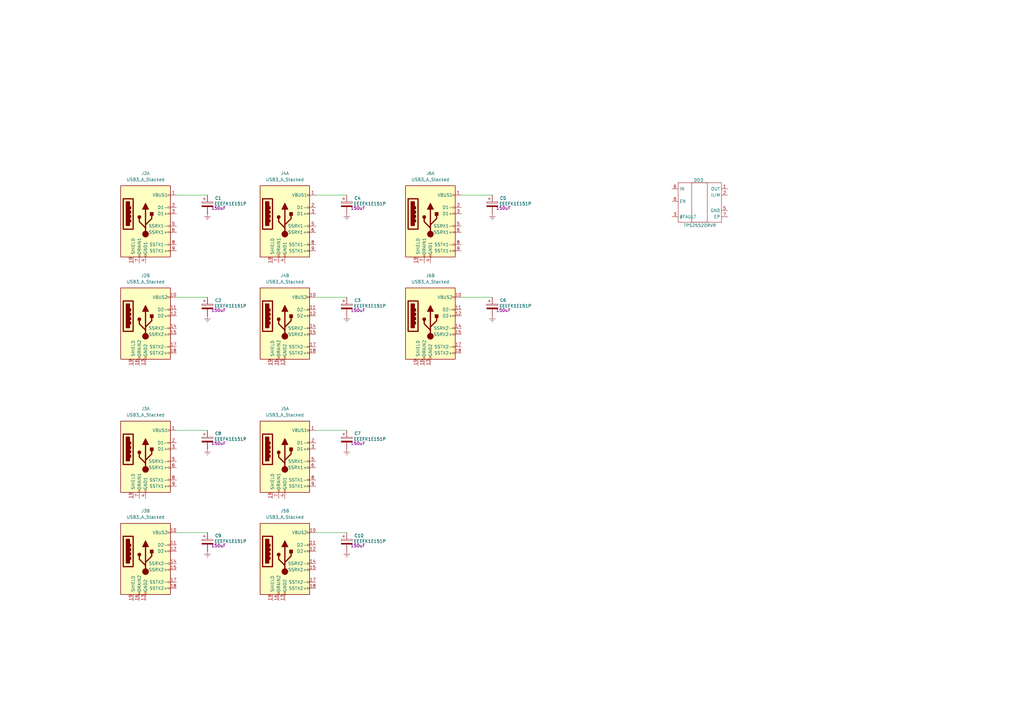
<source format=kicad_sch>
(kicad_sch (version 20250114) (generator "eeschema") (generator_version "9.0")
  (paper "A3")
  (lib_symbols
    (symbol "Connector:USB3_A_Stacked" (pin_names (offset 1.016))
      (property "Reference" "J" (at -10.16 15.24 0))
      (property "Value" "USB3_A_Stacked" (at 10.16 15.24 0))
      (symbol "USB3_A_Stacked_0_0"
        (rectangle (start -9.144 8.636) (end -5.08 -3.81) (stroke (width 0.508)))
        (rectangle (start -7.874 7.366) (end -6.604 -2.286) (stroke (width 0.508)) (fill (type outline)))
        (rectangle (start -6.35 5.334) (end -6.096 4.572) (stroke (width 0.508)))
        (rectangle (start -6.35 3.556) (end -6.096 2.794) (stroke (width 0.508)))
        (rectangle (start -6.35 1.778) (end -6.096 1.016) (stroke (width 0.508)))
        (rectangle (start -6.35 0) (end -6.096 -0.762) (stroke (width 0.508)))
        (rectangle (start -2.794 -15.24) (end -2.286 -14.224))
        (rectangle (start -0.254 -15.24) (end 0.254 -14.224))
        (rectangle (start 10.16 10.414) (end 9.144 9.906))
        (rectangle (start 10.16 5.334) (end 9.144 4.826))
        (rectangle (start 10.16 2.794) (end 9.144 2.286))
        (rectangle (start 10.16 -2.286) (end 9.144 -2.794))
        (rectangle (start 10.16 -4.826) (end 9.144 -5.334))
        (rectangle (start 10.16 -9.906) (end 9.144 -10.414))
        (rectangle (start 10.16 -12.446) (end 9.144 -12.954))
      )
      (symbol "USB3_A_Stacked_0_1"
        (rectangle (start -10.16 13.97) (end 10.16 -15.24) (stroke (width 0.254)) (fill (type background)))
        (pin passive line (at -5.08 -17.78 90) (length 2.54) (name "SHIELD") (number "19"))
      )
      (symbol "USB3_A_Stacked_1_1"
        (circle (center -2.54 1.143) (radius 0.635) (stroke (width 0.254)) (fill (type outline)))
        (polyline (pts (xy -1.27 4.318) (xy 0 6.858) (xy 1.27 4.318) (xy -1.27 4.318)) (stroke (width 0.254)) (fill (type outline)))
        (polyline (pts (xy 0 -2.032) (xy 2.54 0.508) (xy 2.54 1.778)) (stroke (width 0.508)))
        (polyline (pts (xy 0 -3.302) (xy -2.54 -0.762) (xy -2.54 0.508)) (stroke (width 0.508)))
        (polyline (pts (xy 0 -5.842) (xy 0 4.318)) (stroke (width 0.508)))
        (circle (center 0 -5.842) (radius 1.27) (fill (type outline)))
        (rectangle (start 1.905 1.778) (end 3.175 3.048) (stroke (width 0.254)) (fill (type outline)))
        (pin passive line (at -2.54 -17.78 90) (length 2.54) (name "DRAIN1") (number "7"))
        (pin power_in line (at 0 -17.78 90) (length 2.54) (name "GND1") (number "4"))
        (pin power_in line (at 12.7 10.16 180) (length 2.54) (name "VBUS1") (number "1"))
        (pin bidirectional line (at 12.7 5.08 180) (length 2.54) (name "D1-") (number "2"))
        (pin bidirectional line (at 12.7 2.54 180) (length 2.54) (name "D1+") (number "3"))
        (pin output line (at 12.7 -2.54 180) (length 2.54) (name "SSRX1-") (number "5"))
        (pin output line (at 12.7 -5.08 180) (length 2.54) (name "SSRX1+") (number "6"))
        (pin input line (at 12.7 -10.16 180) (length 2.54) (name "SSTX1-") (number "8"))
        (pin input line (at 12.7 -12.7 180) (length 2.54) (name "SSTX1+") (number "9"))
      )
      (symbol "USB3_A_Stacked_2_1"
        (circle (center -2.54 1.143) (radius 0.635) (stroke (width 0.254)) (fill (type outline)))
        (polyline (pts (xy -1.27 4.318) (xy 0 6.858) (xy 1.27 4.318) (xy -1.27 4.318)) (stroke (width 0.254)) (fill (type outline)))
        (polyline (pts (xy 0 -2.032) (xy 2.54 0.508) (xy 2.54 1.778)) (stroke (width 0.508)))
        (polyline (pts (xy 0 -3.302) (xy -2.54 -0.762) (xy -2.54 0.508)) (stroke (width 0.508)))
        (polyline (pts (xy 0 -5.842) (xy 0 4.318)) (stroke (width 0.508)))
        (circle (center 0 -5.842) (radius 1.27) (fill (type outline)))
        (rectangle (start 1.905 1.778) (end 3.175 3.048) (stroke (width 0.254)) (fill (type outline)))
        (pin passive line (at -2.54 -17.78 90) (length 2.54) (name "DRAIN2") (number "16"))
        (pin power_in line (at 0 -17.78 90) (length 2.54) (name "GND2") (number "13"))
        (pin power_in line (at 12.7 10.16 180) (length 2.54) (name "VBUS2") (number "10"))
        (pin bidirectional line (at 12.7 5.08 180) (length 2.54) (name "D2-") (number "11"))
        (pin bidirectional line (at 12.7 2.54 180) (length 2.54) (name "D2+") (number "12"))
        (pin output line (at 12.7 -2.54 180) (length 2.54) (name "SSRX2-") (number "14"))
        (pin output line (at 12.7 -5.08 180) (length 2.54) (name "SSRX2+") (number "15"))
        (pin input line (at 12.7 -10.16 180) (length 2.54) (name "SSTX2-") (number "17"))
        (pin input line (at 12.7 -12.7 180) (length 2.54) (name "SSTX2+") (number "18"))
      )
    )
    (symbol "Device:C_Polarized" (pin_numbers (hide yes)) (pin_names (offset 0.254))
      (property "Reference" "C" (at 0.635 2.54 0))
      (property "Value" "C_Polarized" (at 0.635 -2.54 0))
      (symbol "C_Polarized_0_1"
        (rectangle (start -2.286 0.508) (end 2.286 1.016))
        (polyline (pts (xy -1.778 2.286) (xy -0.762 2.286)))
        (polyline (pts (xy -1.27 2.794) (xy -1.27 1.778)))
        (rectangle (start 2.286 -0.508) (end -2.286 -1.016) (fill (type outline)))
      )
      (symbol "C_Polarized_1_1"
        (pin passive line (at 0 3.81 270) (length 2.794) (name "~") (number "1"))
        (pin passive line (at 0 -3.81 90) (length 2.794) (name "~") (number "2"))
      )
    )
    (symbol "TPS2552DRVR:TPS2552DRVR"
      (property "Reference" "DD" (at 8.128 1.016 0))
      (property "Value" "TPS2552DRVR" (at 8.89 -17.272 0))
      (symbol "TPS2552DRVR_0_1"
        (rectangle (start 0 0) (end 17.78 -16.256))
        (rectangle (start 5.588 0) (end 11.938 -16.256))
      )
      (symbol "TPS2552DRVR_1_1"
        (pin input line (at -2.54 -2.54 0) (length 2.54) (name "IN") (number "6"))
        (pin input line (at -2.54 -7.62 0) (length 2.54) (name "EN") (number "6"))
        (pin input line (at -2.54 -13.97 0) (length 2.54) (name "#FAULT") (number "3"))
        (pin input line (at 20.32 -2.54 180) (length 2.54) (name "OUT") (number "1"))
        (pin input line (at 20.32 -5.08 180) (length 2.54) (name "ILIM") (number "2"))
        (pin input line (at 20.32 -11.43 180) (length 2.54) (name "GND") (number "5"))
        (pin input line (at 20.32 -13.97 180) (length 2.54) (name "EP") (number "7"))
      )
    )
    (symbol "power:Earth" (power) (pin_numbers (hide yes)) (pin_names (offset 0) (hide yes))
      (property "Value" "Earth" (at 0 -3.81 0))
      (symbol "Earth_0_1"
        (polyline (pts (xy -0.635 -1.905) (xy 0.635 -1.905)))
        (polyline (pts (xy -0.127 -2.54) (xy 0.127 -2.54)))
        (polyline (pts (xy 0 -1.27) (xy 0 0)))
        (polyline (pts (xy 1.27 -1.27) (xy -1.27 -1.27)))
      )
      (symbol "Earth_1_1"
        (pin power_in line (at 0 0 270) (length 0) (name "~") (number "1"))
      )
    )
  )
  (wire (pts (xy 129.54 218.44) (xy 142.24 218.44)))
  (wire (pts (xy 72.39 121.92) (xy 85.09 121.92)))
  (wire (pts (xy 129.54 176.53) (xy 142.24 176.53)))
  (wire (pts (xy 72.39 176.53) (xy 85.09 176.53)))
  (wire (pts (xy 189.23 80.01) (xy 201.93 80.01)))
  (wire (pts (xy 72.39 218.44) (xy 85.09 218.44)))
  (wire (pts (xy 189.23 121.92) (xy 201.93 121.92)))
  (wire (pts (xy 72.39 80.01) (xy 85.09 80.01)))
  (wire (pts (xy 129.54 80.01) (xy 142.24 80.01)))
  (wire (pts (xy 129.54 121.92) (xy 142.24 121.92)))
  (symbol (lib_id "Device:C_Polarized") (at 85.09 180.34 0) (unit 1)
    (property "Reference" "C8" (at 88.138 177.8 0) (effects (justify left)))
    (property "Value" "EEEFK1E151P" (at 87.884 180.086 0) (effects (justify left)))
    (property "Footprint" "Capacitor_SMD:C_Elec_8x10.2" (effects (hide yes)))
    (property "Description" "Polarized capacitor" (effects (hide yes)))
    (property "Ёмкость" "150uF" (at 89.662 181.864 0))
  )
  (symbol (lib_id "Connector:USB3_A_Stacked") (at 116.84 132.08 0) (unit 2)
    (property "Reference" "J4" (at 116.84 113.03 0))
    (property "Value" "USB3_A_Stacked" (at 116.84 115.57 0))
    (property "Footprint" "Connector_USB:USB3_A_Molex_48406-0001_Horizontal_Stacked" (effects (hide yes)))
    (property "Description" "USB 3.0 A connector, stacked" (effects (hide yes)))
  )
  (symbol (lib_id "Device:C_Polarized") (at 142.24 180.34 0) (unit 1)
    (property "Reference" "C7" (at 145.288 177.8 0) (effects (justify left)))
    (property "Value" "EEEFK1E151P" (at 145.034 180.086 0) (effects (justify left)))
    (property "Footprint" "Capacitor_SMD:C_Elec_8x10.2" (effects (hide yes)))
    (property "Description" "Polarized capacitor" (effects (hide yes)))
    (property "Ёмкость" "150uF" (at 146.812 181.864 0))
  )
  (symbol (lib_id "Connector:USB3_A_Stacked") (at 59.69 228.6 0) (unit 2)
    (property "Reference" "J3" (at 59.69 209.55 0))
    (property "Value" "USB3_A_Stacked" (at 59.69 212.09 0))
    (property "Footprint" "Connector_USB:USB3_A_Molex_48406-0001_Horizontal_Stacked" (effects (hide yes)))
    (property "Description" "USB 3.0 A connector, stacked" (effects (hide yes)))
  )
  (symbol (lib_id "power:Earth") (at 85.09 87.63 0) (unit 1)
    (property "Reference" "#PWR01" (effects (hide yes)))
    (property "Value" "Earth" (effects (hide yes)))
    (property "Description" "Power symbol creates a global label with name \"Earth\"" (effects (hide yes)))
  )
  (symbol (lib_id "power:Earth") (at 142.24 129.54 0) (unit 1)
    (property "Reference" "#PWR03" (effects (hide yes)))
    (property "Value" "Earth" (effects (hide yes)))
    (property "Description" "Power symbol creates a global label with name \"Earth\"" (effects (hide yes)))
  )
  (symbol (lib_id "power:Earth") (at 85.09 184.15 0) (unit 1)
    (property "Reference" "#PWR08" (effects (hide yes)))
    (property "Value" "Earth" (effects (hide yes)))
    (property "Description" "Power symbol creates a global label with name \"Earth\"" (effects (hide yes)))
  )
  (symbol (lib_id "Connector:USB3_A_Stacked") (at 176.53 132.08 0) (unit 2)
    (property "Reference" "J6" (at 176.53 113.03 0))
    (property "Value" "USB3_A_Stacked" (at 176.53 115.57 0))
    (property "Footprint" "Connector_USB:USB3_A_Molex_48406-0001_Horizontal_Stacked" (effects (hide yes)))
    (property "Description" "USB 3.0 A connector, stacked" (effects (hide yes)))
  )
  (symbol (lib_id "power:Earth") (at 142.24 87.63 0) (unit 1)
    (property "Reference" "#PWR04" (effects (hide yes)))
    (property "Value" "Earth" (effects (hide yes)))
    (property "Description" "Power symbol creates a global label with name \"Earth\"" (effects (hide yes)))
  )
  (symbol (lib_id "power:Earth") (at 142.24 226.06 0) (unit 1)
    (property "Reference" "#PWR010" (effects (hide yes)))
    (property "Value" "Earth" (effects (hide yes)))
    (property "Description" "Power symbol creates a global label with name \"Earth\"" (effects (hide yes)))
  )
  (symbol (lib_id "Connector:USB3_A_Stacked") (at 116.84 186.69 0) (unit 1)
    (property "Reference" "J5" (at 116.84 167.64 0))
    (property "Value" "USB3_A_Stacked" (at 116.84 170.18 0))
    (property "Footprint" "Connector_USB:USB3_A_Molex_48406-0001_Horizontal_Stacked" (effects (hide yes)))
    (property "Description" "USB 3.0 A connector, stacked" (effects (hide yes)))
  )
  (symbol (lib_id "power:Earth") (at 142.24 184.15 0) (unit 1)
    (property "Reference" "#PWR07" (effects (hide yes)))
    (property "Value" "Earth" (effects (hide yes)))
    (property "Description" "Power symbol creates a global label with name \"Earth\"" (effects (hide yes)))
  )
  (symbol (lib_id "power:Earth") (at 85.09 226.06 0) (unit 1)
    (property "Reference" "#PWR09" (effects (hide yes)))
    (property "Value" "Earth" (effects (hide yes)))
    (property "Description" "Power symbol creates a global label with name \"Earth\"" (effects (hide yes)))
  )
  (symbol (lib_id "Device:C_Polarized") (at 201.93 125.73 0) (unit 1)
    (property "Reference" "C6" (at 204.978 123.19 0) (effects (justify left)))
    (property "Value" "EEEFK1E151P" (at 204.724 125.476 0) (effects (justify left)))
    (property "Footprint" "Capacitor_SMD:C_Elec_8x10.2" (effects (hide yes)))
    (property "Description" "Polarized capacitor" (effects (hide yes)))
    (property "Ёмкость" "150uF" (at 206.502 127.254 0))
  )
  (symbol (lib_id "Device:C_Polarized") (at 201.93 83.82 0) (unit 1)
    (property "Reference" "C5" (at 204.978 81.28 0) (effects (justify left)))
    (property "Value" "EEEFK1E151P" (at 204.724 83.566 0) (effects (justify left)))
    (property "Footprint" "Capacitor_SMD:C_Elec_8x10.2" (effects (hide yes)))
    (property "Description" "Polarized capacitor" (effects (hide yes)))
    (property "Ёмкость" "150uF" (at 206.502 85.344 0))
  )
  (symbol (lib_id "Device:C_Polarized") (at 85.09 83.82 0) (unit 1)
    (property "Reference" "C1" (at 88.138 81.28 0) (effects (justify left)))
    (property "Value" "EEEFK1E151P" (at 87.884 83.566 0) (effects (justify left)))
    (property "Footprint" "Capacitor_SMD:C_Elec_8x10.2" (effects (hide yes)))
    (property "Description" "Polarized capacitor" (effects (hide yes)))
    (property "Ёмкость" "150uF" (at 89.662 85.344 0))
  )
  (symbol (lib_id "Connector:USB3_A_Stacked") (at 116.84 228.6 0) (unit 2)
    (property "Reference" "J5" (at 116.84 209.55 0))
    (property "Value" "USB3_A_Stacked" (at 116.84 212.09 0))
    (property "Footprint" "Connector_USB:USB3_A_Molex_48406-0001_Horizontal_Stacked" (effects (hide yes)))
    (property "Description" "USB 3.0 A connector, stacked" (effects (hide yes)))
  )
  (symbol (lib_id "Connector:USB3_A_Stacked") (at 176.53 90.17 0) (unit 1)
    (property "Reference" "J6" (at 176.53 71.12 0))
    (property "Value" "USB3_A_Stacked" (at 176.53 73.66 0))
    (property "Footprint" "Connector_USB:USB3_A_Molex_48406-0001_Horizontal_Stacked" (effects (hide yes)))
    (property "Description" "USB 3.0 A connector, stacked" (effects (hide yes)))
  )
  (symbol (lib_id "Connector:USB3_A_Stacked") (at 59.69 132.08 0) (unit 2)
    (property "Reference" "J2" (at 59.69 113.03 0))
    (property "Value" "USB3_A_Stacked" (at 59.69 115.57 0))
    (property "Footprint" "Connector_USB:USB3_A_Molex_48406-0001_Horizontal_Stacked" (effects (hide yes)))
    (property "Description" "USB 3.0 A connector, stacked" (effects (hide yes)))
  )
  (symbol (lib_id "Device:C_Polarized") (at 142.24 125.73 0) (unit 1)
    (property "Reference" "C3" (at 145.288 123.19 0) (effects (justify left)))
    (property "Value" "EEEFK1E151P" (at 145.034 125.476 0) (effects (justify left)))
    (property "Footprint" "Capacitor_SMD:C_Elec_8x10.2" (effects (hide yes)))
    (property "Description" "Polarized capacitor" (effects (hide yes)))
    (property "Ёмкость" "150uF" (at 146.812 127.254 0))
  )
  (symbol (lib_id "TPS2552DRVR:TPS2552DRVR") (at 278.13 74.93 0) (unit 1)
    (property "Reference" "DD3" (at 286.512 73.914 0))
    (property "Value" "TPS2552DRVR" (at 287.02 92.456 0))
    (property "Footprint" "Package_SON:WSON-6-1EP_2x2mm_P0.65mm_EP1x1.6mm" (effects (hide yes)))
  )
  (symbol (lib_id "Connector:USB3_A_Stacked") (at 59.69 186.69 0) (unit 1)
    (property "Reference" "J3" (at 59.69 167.64 0))
    (property "Value" "USB3_A_Stacked" (at 59.69 170.18 0))
    (property "Footprint" "Connector_USB:USB3_A_Molex_48406-0001_Horizontal_Stacked" (effects (hide yes)))
    (property "Description" "USB 3.0 A connector, stacked" (effects (hide yes)))
  )
  (symbol (lib_id "Device:C_Polarized") (at 85.09 125.73 0) (unit 1)
    (property "Reference" "C2" (at 88.138 123.19 0) (effects (justify left)))
    (property "Value" "EEEFK1E151P" (at 87.884 125.476 0) (effects (justify left)))
    (property "Footprint" "Capacitor_SMD:C_Elec_8x10.2" (effects (hide yes)))
    (property "Description" "Polarized capacitor" (effects (hide yes)))
    (property "Ёмкость" "150uF" (at 89.662 127.254 0))
  )
  (symbol (lib_id "Connector:USB3_A_Stacked") (at 116.84 90.17 0) (unit 1)
    (property "Reference" "J4" (at 116.84 71.12 0))
    (property "Value" "USB3_A_Stacked" (at 116.84 73.66 0))
    (property "Footprint" "Connector_USB:USB3_A_Molex_48406-0001_Horizontal_Stacked" (effects (hide yes)))
    (property "Description" "USB 3.0 A connector, stacked" (effects (hide yes)))
  )
  (symbol (lib_id "Connector:USB3_A_Stacked") (at 59.69 90.17 0) (unit 1)
    (property "Reference" "J2" (at 59.69 71.12 0))
    (property "Value" "USB3_A_Stacked" (at 59.69 73.66 0))
    (property "Footprint" "Connector_USB:USB3_A_Molex_48406-0001_Horizontal_Stacked" (effects (hide yes)))
    (property "Description" "USB 3.0 A connector, stacked" (effects (hide yes)))
  )
  (symbol (lib_id "Device:C_Polarized") (at 142.24 222.25 0) (unit 1)
    (property "Reference" "C10" (at 145.288 219.71 0) (effects (justify left)))
    (property "Value" "EEEFK1E151P" (at 145.034 221.996 0) (effects (justify left)))
    (property "Footprint" "Capacitor_SMD:C_Elec_8x10.2" (effects (hide yes)))
    (property "Description" "Polarized capacitor" (effects (hide yes)))
    (property "Ёмкость" "150uF" (at 146.812 223.774 0))
  )
  (symbol (lib_id "Device:C_Polarized") (at 142.24 83.82 0) (unit 1)
    (property "Reference" "C4" (at 145.288 81.28 0) (effects (justify left)))
    (property "Value" "EEEFK1E151P" (at 145.034 83.566 0) (effects (justify left)))
    (property "Footprint" "Capacitor_SMD:C_Elec_8x10.2" (effects (hide yes)))
    (property "Description" "Polarized capacitor" (effects (hide yes)))
    (property "Ёмкость" "150uF" (at 146.812 85.344 0))
  )
  (symbol (lib_id "power:Earth") (at 85.09 129.54 0) (unit 1)
    (property "Reference" "#PWR02" (effects (hide yes)))
    (property "Value" "Earth" (effects (hide yes)))
    (property "Description" "Power symbol creates a global label with name \"Earth\"" (effects (hide yes)))
  )
  (symbol (lib_id "Device:C_Polarized") (at 85.09 222.25 0) (unit 1)
    (property "Reference" "C9" (at 88.138 219.71 0) (effects (justify left)))
    (property "Value" "EEEFK1E151P" (at 87.884 221.996 0) (effects (justify left)))
    (property "Footprint" "Capacitor_SMD:C_Elec_8x10.2" (effects (hide yes)))
    (property "Description" "Polarized capacitor" (effects (hide yes)))
    (property "Ёмкость" "150uF" (at 89.662 223.774 0))
  )
  (symbol (lib_id "power:Earth") (at 201.93 129.54 0) (unit 1)
    (property "Reference" "#PWR06" (effects (hide yes)))
    (property "Value" "Earth" (effects (hide yes)))
    (property "Description" "Power symbol creates a global label with name \"Earth\"" (effects (hide yes)))
  )
  (symbol (lib_id "power:Earth") (at 201.93 87.63 0) (unit 1)
    (property "Reference" "#PWR05" (effects (hide yes)))
    (property "Value" "Earth" (effects (hide yes)))
    (property "Description" "Power symbol creates a global label with name \"Earth\"" (effects (hide yes)))
  )
)
</source>
